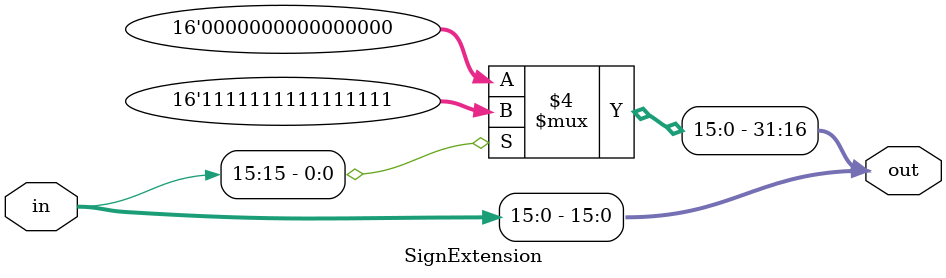
<source format=v>
`timescale 1ns / 1ps
module SignExtension(in, out);

    /* A 16-Bit input word */
    input [15:0] in;
    
    /* A 32-Bit output word */
    output reg [31:0] out;   //using always @
    //output [31:0] out;   //using assign statement
    
always @ (*) 
begin 
    if (in[15]==1)
    begin
    out[15:0] <= in;
    out[31:16] <= 16'hffff;
    end
    else 
    begin
    out[15:0] <= in;
    out[31:16] <= 16'h0000;
    end
end
endmodule

</source>
